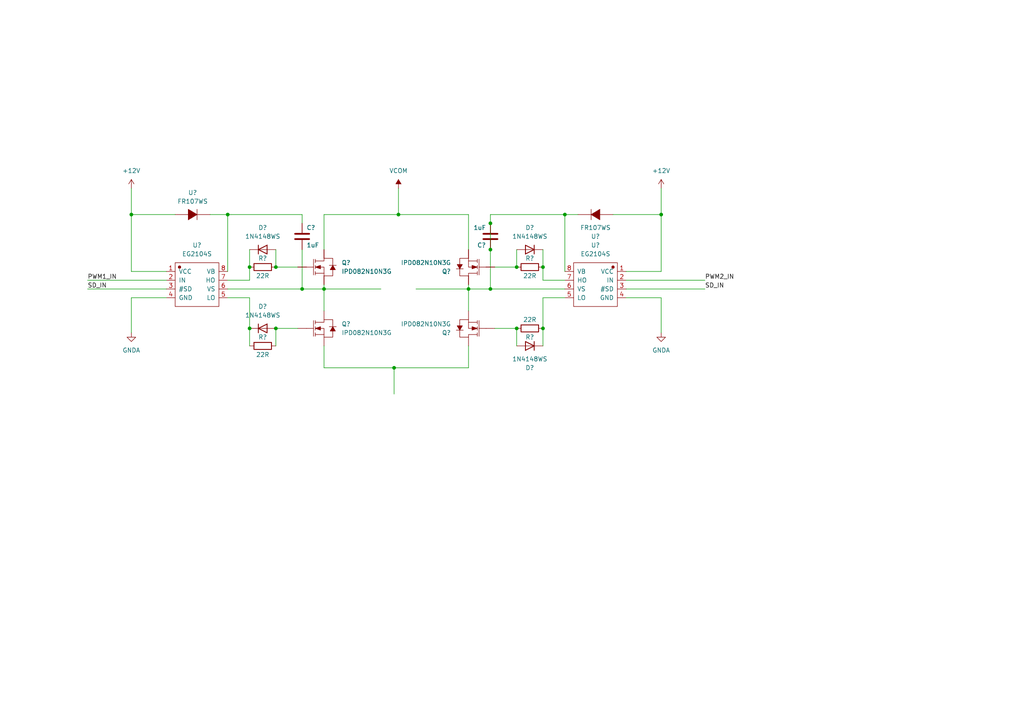
<source format=kicad_sch>
(kicad_sch (version 20211123) (generator eeschema)
  (paper "A4")
  (lib_symbols
    (symbol "Device:C" (pin_numbers hide) (pin_names (offset 0.254))
      (property "Reference" "C" (at 0.635 2.54 0))
      (property "Value" "C" (at 0.635 -2.54 0))
      (symbol "C_0_1"
        (polyline (pts (xy -2.032 -0.762) (xy 2.032 -0.762)) (stroke (width 0.508)))
        (polyline (pts (xy -2.032 0.762) (xy 2.032 0.762)) (stroke (width 0.508)))
      )
      (symbol "C_1_1"
        (pin passive line (at 0 3.81 270) (length 2.794) (name "~") (number "1"))
        (pin passive line (at 0 -3.81 90) (length 2.794) (name "~") (number "2"))
      )
    )
    (symbol "Device:R" (pin_numbers hide) (pin_names (offset 0))
      (property "Reference" "R" (at 2.032 0 90))
      (property "Value" "R" (at 0 0 90))
      (symbol "R_0_1"
        (rectangle (start -1.016 -2.54) (end 1.016 2.54) (stroke (width 0.254)))
      )
      (symbol "R_1_1"
        (pin passive line (at 0 3.81 270) (length 1.27) (name "~") (number "1"))
        (pin passive line (at 0 -3.81 90) (length 1.27) (name "~") (number "2"))
      )
    )
    (symbol "Diode:1N4148WS" (pin_numbers hide) (pin_names (offset 1.016) hide)
      (property "Reference" "D" (at 0 2.54 0))
      (property "Value" "1N4148WS" (at 0 -2.54 0))
      (symbol "1N4148WS_0_1"
        (polyline (pts (xy -1.27 1.27) (xy -1.27 -1.27)) (stroke (width 0.254)))
        (polyline (pts (xy 1.27 0) (xy -1.27 0)))
        (polyline (pts (xy 1.27 1.27) (xy 1.27 -1.27) (xy -1.27 0) (xy 1.27 1.27)) (stroke (width 0.254)))
      )
      (symbol "1N4148WS_1_1"
        (pin passive line (at -3.81 0 0) (length 2.54) (name "K") (number "1"))
        (pin passive line (at 3.81 0 180) (length 2.54) (name "A") (number "2"))
      )
    )
    (symbol "lceda:EG2104S" (pin_names (offset 1.016))
      (property "Reference" "U" (at 0 8.9154 0))
      (property "Value" "EG2104S" (at 0 13.9954 0))
      (symbol "EG2104S_1_1"
        (rectangle (start -6.35 6.35) (end 6.35 -6.35) (stroke (width 0.1524)))
        (circle (center -5.08 5.08) (radius 0.381) (stroke (width 0.1524)) (fill (type outline)))
        (pin input line (at -8.89 3.81 0) (length 2.54) (name "VCC") (number "1"))
        (pin input line (at -8.89 1.27 0) (length 2.54) (name "IN") (number "2"))
        (pin input line (at -8.89 -1.27 0) (length 2.54) (name "#SD") (number "3"))
        (pin input line (at -8.89 -3.81 0) (length 2.54) (name "GND") (number "4"))
        (pin input line (at 8.89 -3.81 180) (length 2.54) (name "LO") (number "5"))
        (pin input line (at 8.89 -1.27 180) (length 2.54) (name "VS") (number "6"))
        (pin input line (at 8.89 1.27 180) (length 2.54) (name "HO") (number "7"))
        (pin input line (at 8.89 3.81 180) (length 2.54) (name "VB") (number "8"))
      )
    )
    (symbol "lceda:FR107WS" (pin_numbers hide) (pin_names (offset 1.016) hide)
      (property "Reference" "U" (at 0 4.064 0))
      (property "Value" "FR107WS" (at 0 9.144 0))
      (symbol "FR107WS_1_1"
        (polyline (pts (xy -1.27 -1.524) (xy -1.27 1.524)) (stroke (width 0.1524)))
        (polyline (pts (xy 1.27 1.524) (xy -1.27 0) (xy 1.27 -1.524) (xy 1.27 1.524)) (stroke (width 0.1524)) (fill (type outline)))
        (pin input line (at -5.08 0 0) (length 3.81) (name "K") (number "1"))
        (pin input line (at 5.08 0 180) (length 3.81) (name "A") (number "2"))
      )
    )
    (symbol "lceda:IPD082N10N3G" (pin_numbers hide) (pin_names (offset 1.016) hide)
      (property "Reference" "Q" (at 0 7.874 0))
      (property "Value" "IPD082N10N3G" (at 0 12.954 0))
      (symbol "IPD082N10N3G_1_1"
        (polyline (pts (xy -2.54 0) (xy -0.508 0)) (stroke (width 0.1524)))
        (polyline (pts (xy -0.508 2.286) (xy -0.508 -2.286)) (stroke (width 0.1524)))
        (polyline (pts (xy 0 -2.286) (xy 0 -1.27)) (stroke (width 0.1524)))
        (polyline (pts (xy 0 -0.508) (xy 0 0.508)) (stroke (width 0.1524)))
        (polyline (pts (xy 0 2.286) (xy 0 1.27)) (stroke (width 0.1524)))
        (polyline (pts (xy 2.54 -1.778) (xy 0 -1.778)) (stroke (width 0.1524)))
        (polyline (pts (xy 0 0) (xy 1.524 -0.508) (xy 1.524 0.508) (xy 0 0)) (stroke (width 0.1524)) (fill (type outline)))
        (polyline (pts (xy 5.08 0.508) (xy 4.318 -0.762) (xy 5.842 -0.762) (xy 5.08 0.508)) (stroke (width 0.1524)) (fill (type outline)))
        (polyline (pts (xy 6.096 0.508) (xy 5.588 0.508) (xy 4.572 0.508) (xy 4.064 0.508)) (stroke (width 0.1524)))
        (polyline (pts (xy 0 0) (xy 2.54 0) (xy 2.54 -2.54) (xy 5.08 -2.54) (xy 5.08 -0.762)) (stroke (width 0.1524)))
        (polyline (pts (xy 0 1.778) (xy 2.54 1.778) (xy 2.54 2.54) (xy 5.08 2.54) (xy 5.08 0.508)) (stroke (width 0.1524)))
        (pin input line (at -5.08 0 0) (length 2.54) (name "G") (number "1"))
        (pin input line (at 2.54 5.08 270) (length 2.54) (name "D") (number "2"))
        (pin input line (at 2.54 -5.08 90) (length 2.54) (name "S") (number "3"))
      )
    )
    (symbol "power:+12V" (power) (pin_names (offset 0))
      (property "Value" "+12V" (at 0 3.556 0))
      (symbol "+12V_0_1"
        (polyline (pts (xy -0.762 1.27) (xy 0 2.54)))
        (polyline (pts (xy 0 0) (xy 0 2.54)))
        (polyline (pts (xy 0 2.54) (xy 0.762 1.27)))
      )
      (symbol "+12V_1_1"
        (pin power_in line (at 0 0 90) (length 0) hide (name "+12V") (number "1"))
      )
    )
    (symbol "power:GNDA" (power) (pin_names (offset 0))
      (property "Value" "GNDA" (at 0 -3.81 0))
      (symbol "GNDA_0_1"
        (polyline (pts (xy 0 0) (xy 0 -1.27) (xy 1.27 -1.27) (xy 0 -2.54) (xy -1.27 -1.27) (xy 0 -1.27)))
      )
      (symbol "GNDA_1_1"
        (pin power_in line (at 0 0 270) (length 0) hide (name "GNDA") (number "1"))
      )
    )
    (symbol "power:VCOM" (power) (pin_names (offset 0))
      (property "Value" "VCOM" (at 0 3.81 0))
      (symbol "VCOM_0_1"
        (polyline (pts (xy 0 0) (xy 0 2.54)))
        (polyline (pts (xy 0.762 1.27) (xy -0.762 1.27) (xy 0 2.54) (xy 0.762 1.27)) (fill (type outline)))
      )
      (symbol "VCOM_1_1"
        (pin power_in line (at 0 0 90) (length 0) hide (name "VCOM") (number "1"))
      )
    )
  )
  (junction (at 80.01 95.25))
  (junction (at 115.57 62.23))
  (junction (at 163.83 62.23))
  (junction (at 87.63 83.82))
  (junction (at 142.24 64.77))
  (junction (at 135.89 83.82))
  (junction (at 142.24 83.82))
  (junction (at 149.86 77.47))
  (junction (at 38.1 62.23))
  (junction (at 157.48 77.47))
  (junction (at 157.48 95.25))
  (junction (at 80.01 77.47))
  (junction (at 149.86 95.25))
  (junction (at 114.3 106.68))
  (junction (at 72.39 77.47))
  (junction (at 142.24 72.39))
  (junction (at 93.98 83.82))
  (junction (at 66.04 62.23))
  (junction (at 72.39 95.25))
  (junction (at 191.77 62.23))
  (wire (pts (xy 149.86 77.47) (xy 149.86 72.39)))
  (wire (pts (xy 115.57 54.61) (xy 115.57 62.23)))
  (wire (pts (xy 93.98 62.23) (xy 115.57 62.23)))
  (wire (pts (xy 93.98 83.82) (xy 93.98 90.17)))
  (wire (pts (xy 72.39 81.28) (xy 72.39 77.47)))
  (wire (pts (xy 114.3 106.68) (xy 114.3 114.3)))
  (wire (pts (xy 66.04 81.28) (xy 72.39 81.28)))
  (wire (pts (xy 149.86 100.33) (xy 149.86 95.25)))
  (wire (pts (xy 191.77 96.52) (xy 191.77 86.36)))
  (wire (pts (xy 72.39 95.25) (xy 72.39 100.33)))
  (wire (pts (xy 80.01 95.25) (xy 86.36 95.25)))
  (wire (pts (xy 87.63 72.39) (xy 87.63 83.82)))
  (wire (pts (xy 142.24 83.82) (xy 163.83 83.82)))
  (wire (pts (xy 87.63 83.82) (xy 93.98 83.82)))
  (wire (pts (xy 157.48 81.28) (xy 157.48 77.47)))
  (wire (pts (xy 93.98 100.33) (xy 93.98 106.68)))
  (wire (pts (xy 38.1 96.52) (xy 38.1 86.36)))
  (wire (pts (xy 38.1 62.23) (xy 38.1 78.74)))
  (wire (pts (xy 135.89 83.82) (xy 135.89 90.17)))
  (wire (pts (xy 115.57 62.23) (xy 135.89 62.23)))
  (wire (pts (xy 72.39 86.36) (xy 72.39 95.25)))
  (wire (pts (xy 72.39 72.39) (xy 72.39 77.47)))
  (wire (pts (xy 66.04 62.23) (xy 87.63 62.23)))
  (wire (pts (xy 93.98 106.68) (xy 114.3 106.68)))
  (wire (pts (xy 142.24 62.23) (xy 163.83 62.23)))
  (wire (pts (xy 142.24 72.39) (xy 142.24 83.82)))
  (wire (pts (xy 157.48 86.36) (xy 157.48 95.25)))
  (wire (pts (xy 38.1 78.74) (xy 48.26 78.74)))
  (wire (pts (xy 191.77 54.61) (xy 191.77 62.23)))
  (wire (pts (xy 114.3 106.68) (xy 135.89 106.68)))
  (wire (pts (xy 177.8 62.23) (xy 191.77 62.23)))
  (wire (pts (xy 157.48 100.33) (xy 157.48 95.25)))
  (wire (pts (xy 181.61 81.28) (xy 204.47 81.28)))
  (wire (pts (xy 66.04 86.36) (xy 72.39 86.36)))
  (wire (pts (xy 149.86 77.47) (xy 143.51 77.47)))
  (wire (pts (xy 135.89 62.23) (xy 135.89 72.39)))
  (wire (pts (xy 181.61 83.82) (xy 204.47 83.82)))
  (wire (pts (xy 25.4 81.28) (xy 48.26 81.28)))
  (wire (pts (xy 93.98 83.82) (xy 110.49 83.82)))
  (wire (pts (xy 66.04 62.23) (xy 66.04 78.74)))
  (wire (pts (xy 60.96 62.23) (xy 66.04 62.23)))
  (wire (pts (xy 142.24 62.23) (xy 142.24 64.77)))
  (wire (pts (xy 66.04 83.82) (xy 87.63 83.82)))
  (wire (pts (xy 80.01 95.25) (xy 80.01 100.33)))
  (wire (pts (xy 163.83 86.36) (xy 157.48 86.36)))
  (wire (pts (xy 191.77 86.36) (xy 181.61 86.36)))
  (wire (pts (xy 157.48 77.47) (xy 157.48 72.39)))
  (wire (pts (xy 120.65 83.82) (xy 135.89 83.82)))
  (wire (pts (xy 163.83 81.28) (xy 157.48 81.28)))
  (wire (pts (xy 163.83 62.23) (xy 163.83 78.74)))
  (wire (pts (xy 163.83 62.23) (xy 167.64 62.23)))
  (wire (pts (xy 38.1 62.23) (xy 50.8 62.23)))
  (wire (pts (xy 135.89 83.82) (xy 135.89 82.55)))
  (wire (pts (xy 93.98 72.39) (xy 93.98 62.23)))
  (wire (pts (xy 25.4 83.82) (xy 48.26 83.82)))
  (wire (pts (xy 38.1 54.61) (xy 38.1 62.23)))
  (wire (pts (xy 93.98 82.55) (xy 93.98 83.82)))
  (wire (pts (xy 142.24 64.77) (xy 142.24 72.39)))
  (wire (pts (xy 80.01 77.47) (xy 86.36 77.47)))
  (wire (pts (xy 135.89 106.68) (xy 135.89 100.33)))
  (wire (pts (xy 38.1 86.36) (xy 48.26 86.36)))
  (wire (pts (xy 191.77 78.74) (xy 181.61 78.74)))
  (wire (pts (xy 191.77 62.23) (xy 191.77 78.74)))
  (wire (pts (xy 80.01 72.39) (xy 80.01 77.47)))
  (wire (pts (xy 149.86 95.25) (xy 143.51 95.25)))
  (wire (pts (xy 87.63 62.23) (xy 87.63 64.77)))
  (wire (pts (xy 142.24 83.82) (xy 135.89 83.82)))
  (label "PWM2_IN" (at 204.47 81.28 0))
  (label "PWM1_IN" (at 25.4 81.28 0))
  (label "SD_IN" (at 25.4 83.82 0))
  (label "SD_IN" (at 204.47 83.82 0))
  (symbol (lib_id "Diode:1N4148WS") (at 153.67 72.39 180) (unit 1)
    (property "Reference" "D?" (at 153.67 66.04 0))
    (property "Value" "1N4148WS" (at 153.67 68.58 0))
    (property "Footprint" "Diode_SMD:D_SOD-323" (effects hide))
    (property "Datasheet" "https://www.vishay.com/docs/85751/1n4148ws.pdf" (effects hide))
  )
  (symbol (lib_id "lceda:IPD082N10N3G") (at 91.44 95.25 0) (unit 1)
    (property "Reference" "Q?" (at 99.06 93.9799 0) (effects (justify left)))
    (property "Value" "IPD082N10N3G" (at 99.06 96.5199 0) (effects (justify left)))
    (property "Footprint" "kicad_lceda:TO-252-3_L6.5-W5.8-P4.58-TL" (effects hide))
    (property "Datasheet" "http://www.szlcsc.com/product/details_89245.html" (effects hide))
    (property "SuppliersPartNumber" "C88067" (effects hide))
    (property "uuid" "std:9ac4ac24c200b6d929a2765f557a894d" (effects hide))
  )
  (symbol (lib_id "power:GNDA") (at 191.77 96.52 0) (mirror y) (unit 1)
    (property "Reference" "#PWR?" (effects hide))
    (property "Value" "GNDA" (at 191.77 101.6 0))
  )
  (symbol (lib_id "Device:R") (at 153.67 77.47 270) (unit 1)
    (property "Reference" "R?" (at 153.67 74.93 90))
    (property "Value" "22R" (at 153.67 80.01 90))
    (property "Footprint" "Resistor_SMD:R_0603_1608Metric" (effects hide))
  )
  (symbol (lib_id "Diode:1N4148WS") (at 76.2 95.25 0) (unit 1)
    (property "Reference" "D?" (at 76.2 88.9 0))
    (property "Value" "1N4148WS" (at 76.2 91.44 0))
    (property "Footprint" "Diode_SMD:D_SOD-323" (effects hide))
    (property "Datasheet" "https://www.vishay.com/docs/85751/1n4148ws.pdf" (effects hide))
  )
  (symbol (lib_id "Device:R") (at 76.2 100.33 90) (unit 1)
    (property "Reference" "R?" (at 76.2 97.79 90))
    (property "Value" "22R" (at 76.2 102.87 90))
    (property "Footprint" "Resistor_SMD:R_0603_1608Metric" (effects hide))
  )
  (symbol (lib_id "lceda:EG2104S") (at 57.15 82.55 0) (unit 1)
    (property "Reference" "U?" (at 57.15 71.12 0))
    (property "Value" "EG2104S" (at 57.15 73.66 0))
    (property "Footprint" "kicad_lceda:SOIC-8_L5.0-W4.0-P1.27-LS6.0-BL" (effects hide))
    (property "Datasheet" "http://www.szlcsc.com/product/details_488575.html" (effects hide))
    (property "SuppliersPartNumber" "C480652" (effects hide))
    (property "uuid" "std:7e27b273a0244565b362587dd447474e" (effects hide))
  )
  (symbol (lib_id "power:GNDA") (at 38.1 96.52 0) (unit 1)
    (property "Reference" "#PWR?" (effects hide))
    (property "Value" "GNDA" (at 38.1 101.6 0))
  )
  (symbol (lib_id "power:+12V") (at 191.77 54.61 0) (mirror y) (unit 1)
    (property "Reference" "#PWR?" (effects hide))
    (property "Value" "+12V" (at 191.77 49.53 0))
  )
  (symbol (lib_id "power:+12V") (at 38.1 54.61 0) (unit 1)
    (property "Reference" "#PWR?" (effects hide))
    (property "Value" "+12V" (at 38.1 49.53 0))
  )
  (symbol (lib_id "Diode:1N4148WS") (at 76.2 72.39 0) (unit 1)
    (property "Reference" "D?" (at 76.2 66.04 0))
    (property "Value" "1N4148WS" (at 76.2 68.58 0))
    (property "Footprint" "Diode_SMD:D_SOD-323" (effects hide))
    (property "Datasheet" "https://www.vishay.com/docs/85751/1n4148ws.pdf" (effects hide))
  )
  (symbol (lib_id "Device:R") (at 76.2 77.47 90) (unit 1)
    (property "Reference" "R?" (at 76.2 74.93 90))
    (property "Value" "22R" (at 76.2 80.01 90))
    (property "Footprint" "Resistor_SMD:R_0603_1608Metric" (effects hide))
  )
  (symbol (lib_id "Device:R") (at 153.67 95.25 270) (unit 1)
    (property "Reference" "R?" (at 153.67 97.79 90))
    (property "Value" "22R" (at 153.67 92.71 90))
    (property "Footprint" "Resistor_SMD:R_0603_1608Metric" (effects hide))
  )
  (symbol (lib_id "Diode:1N4148WS") (at 153.67 100.33 180) (unit 1)
    (property "Reference" "D?" (at 153.67 106.68 0))
    (property "Value" "1N4148WS" (at 153.67 104.14 0))
    (property "Footprint" "Diode_SMD:D_SOD-323" (effects hide))
    (property "Datasheet" "https://www.vishay.com/docs/85751/1n4148ws.pdf" (effects hide))
  )
  (symbol (lib_id "lceda:IPD082N10N3G") (at 138.43 77.47 180) (unit 1)
    (property "Reference" "Q?" (at 130.81 78.7401 0) (effects (justify left)))
    (property "Value" "IPD082N10N3G" (at 130.81 76.2001 0) (effects (justify left)))
    (property "Footprint" "kicad_lceda:TO-252-3_L6.5-W5.8-P4.58-TL" (effects hide))
    (property "Datasheet" "http://www.szlcsc.com/product/details_89245.html" (effects hide))
    (property "SuppliersPartNumber" "C88067" (effects hide))
    (property "uuid" "std:9ac4ac24c200b6d929a2765f557a894d" (effects hide))
  )
  (symbol (lib_id "power:VCOM") (at 115.57 54.61 0) (unit 1)
    (property "Reference" "#PWR?" (effects hide))
    (property "Value" "VCOM" (at 115.57 49.53 0))
  )
  (symbol (lib_id "Device:C") (at 142.24 68.58 180) (unit 1)
    (property "Reference" "C?" (at 140.97 71.12 0) (effects (justify left)))
    (property "Value" "1uF" (at 140.97 66.04 0) (effects (justify left)))
    (property "Footprint" "Capacitor_SMD:C_0603_1608Metric" (effects hide))
  )
  (symbol (lib_id "lceda:FR107WS") (at 172.72 62.23 0) (unit 1)
    (property "Reference" "U?" (at 172.72 68.58 0))
    (property "Value" "FR107WS" (at 172.72 66.04 0))
    (property "Footprint" "kicad_lceda:SOD-323_L1.7-W1.3-LS2.6-RD-2" (effects hide))
    (property "SuppliersPartNumber" "C964087" (effects hide))
    (property "uuid" "std:ff8b50e44b3a496b9355aa38c2367586" (effects hide))
  )
  (symbol (lib_id "lceda:IPD082N10N3G") (at 138.43 95.25 180) (unit 1)
    (property "Reference" "Q?" (at 130.81 96.5201 0) (effects (justify left)))
    (property "Value" "IPD082N10N3G" (at 130.81 93.9801 0) (effects (justify left)))
    (property "Footprint" "kicad_lceda:TO-252-3_L6.5-W5.8-P4.58-TL" (effects hide))
    (property "Datasheet" "http://www.szlcsc.com/product/details_89245.html" (effects hide))
    (property "SuppliersPartNumber" "C88067" (effects hide))
    (property "uuid" "std:9ac4ac24c200b6d929a2765f557a894d" (effects hide))
  )
  (symbol (lib_id "Device:C") (at 87.63 68.58 0) (unit 1)
    (property "Reference" "C?" (at 88.9 66.04 0) (effects (justify left)))
    (property "Value" "1uF" (at 88.9 71.12 0) (effects (justify left)))
    (property "Footprint" "Capacitor_SMD:C_0603_1608Metric" (effects hide))
  )
  (symbol (lib_id "lceda:EG2104S") (at 172.72 82.55 0) (mirror y) (unit 1)
    (property "Reference" "U?" (at 172.72 71.12 0))
    (property "Value" "EG2104S" (at 172.72 73.66 0))
    (property "Footprint" "kicad_lceda:SOIC-8_L5.0-W4.0-P1.27-LS6.0-BL" (effects hide))
    (property "Datasheet" "http://www.szlcsc.com/product/details_488575.html" (effects hide))
    (property "SuppliersPartNumber" "C480652" (effects hide))
    (property "uuid" "std:7e27b273a0244565b362587dd447474e" (effects hide))
  )
  (symbol (lib_id "lceda:FR107WS") (at 55.88 62.23 180) (unit 1)
    (property "Reference" "U?" (at 55.88 55.88 0))
    (property "Value" "FR107WS" (at 55.88 58.42 0))
    (property "Footprint" "kicad_lceda:SOD-323_L1.7-W1.3-LS2.6-RD-2" (effects hide))
    (property "SuppliersPartNumber" "C964087" (effects hide))
    (property "uuid" "std:ff8b50e44b3a496b9355aa38c2367586" (effects hide))
  )
  (symbol (lib_id "lceda:IPD082N10N3G") (at 91.44 77.47 0) (unit 1)
    (property "Reference" "Q?" (at 99.06 76.1999 0) (effects (justify left)))
    (property "Value" "IPD082N10N3G" (at 99.06 78.7399 0) (effects (justify left)))
    (property "Footprint" "kicad_lceda:TO-252-3_L6.5-W5.8-P4.58-TL" (effects hide))
    (property "Datasheet" "http://www.szlcsc.com/product/details_89245.html" (effects hide))
    (property "SuppliersPartNumber" "C88067" (effects hide))
    (property "uuid" "std:9ac4ac24c200b6d929a2765f557a894d" (effects hide))
  )
)
</source>
